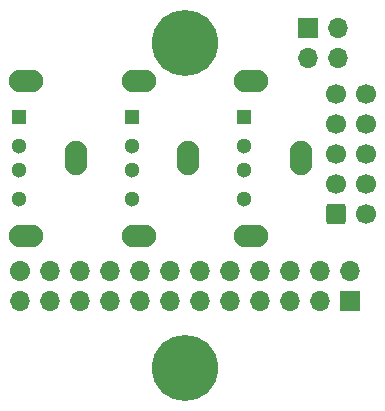
<source format=gbr>
%TF.GenerationSoftware,KiCad,Pcbnew,(6.0.9)*%
%TF.CreationDate,2022-11-26T15:45:46+01:00*%
%TF.ProjectId,h3_extra_ports,68335f65-7874-4726-915f-706f7274732e,rev?*%
%TF.SameCoordinates,Original*%
%TF.FileFunction,Soldermask,Top*%
%TF.FilePolarity,Negative*%
%FSLAX46Y46*%
G04 Gerber Fmt 4.6, Leading zero omitted, Abs format (unit mm)*
G04 Created by KiCad (PCBNEW (6.0.9)) date 2022-11-26 15:45:46*
%MOMM*%
%LPD*%
G01*
G04 APERTURE LIST*
G04 Aperture macros list*
%AMRoundRect*
0 Rectangle with rounded corners*
0 $1 Rounding radius*
0 $2 $3 $4 $5 $6 $7 $8 $9 X,Y pos of 4 corners*
0 Add a 4 corners polygon primitive as box body*
4,1,4,$2,$3,$4,$5,$6,$7,$8,$9,$2,$3,0*
0 Add four circle primitives for the rounded corners*
1,1,$1+$1,$2,$3*
1,1,$1+$1,$4,$5*
1,1,$1+$1,$6,$7*
1,1,$1+$1,$8,$9*
0 Add four rect primitives between the rounded corners*
20,1,$1+$1,$2,$3,$4,$5,0*
20,1,$1+$1,$4,$5,$6,$7,0*
20,1,$1+$1,$6,$7,$8,$9,0*
20,1,$1+$1,$8,$9,$2,$3,0*%
G04 Aperture macros list end*
%ADD10C,5.600000*%
%ADD11R,1.300000X1.300000*%
%ADD12C,1.300000*%
%ADD13O,2.900000X1.900000*%
%ADD14O,1.900000X2.900000*%
%ADD15R,1.700000X1.700000*%
%ADD16O,1.700000X1.700000*%
%ADD17C,1.700000*%
%ADD18RoundRect,0.250000X-0.600000X-0.600000X0.600000X-0.600000X0.600000X0.600000X-0.600000X0.600000X0*%
G04 APERTURE END LIST*
D10*
%TO.C,H2*%
X171450000Y-79375000D03*
%TD*%
D11*
%TO.C,J2*%
X157381000Y-58095000D03*
D12*
X157381000Y-60595000D03*
X157381000Y-62595000D03*
X157381000Y-65095000D03*
D13*
X157981000Y-55025000D03*
X157981000Y-68165000D03*
D14*
X162161000Y-61595000D03*
%TD*%
D11*
%TO.C,J1*%
X166906000Y-58095000D03*
D12*
X166906000Y-60595000D03*
X166906000Y-62595000D03*
X166906000Y-65095000D03*
D13*
X167506000Y-68165000D03*
X167506000Y-55025000D03*
D14*
X171686000Y-61595000D03*
%TD*%
D10*
%TO.C,H1*%
X171450000Y-51816000D03*
%TD*%
D15*
%TO.C,J4*%
X181864000Y-50541000D03*
D16*
X184404000Y-50541000D03*
X181864000Y-53081000D03*
X184404000Y-53081000D03*
%TD*%
D11*
%TO.C,J3*%
X176431000Y-58095000D03*
D12*
X176431000Y-60595000D03*
X176431000Y-62595000D03*
X176431000Y-65095000D03*
D14*
X181211000Y-61595000D03*
D13*
X177031000Y-55025000D03*
X177031000Y-68165000D03*
%TD*%
D17*
%TO.C,J6*%
X157480000Y-71120000D03*
D16*
X157480000Y-73660000D03*
X160020000Y-71120000D03*
X160020000Y-73660000D03*
X162560000Y-71120000D03*
X162560000Y-73660000D03*
X165100000Y-71120000D03*
X165100000Y-73660000D03*
X167640000Y-71120000D03*
X167640000Y-73660000D03*
X170180000Y-71120000D03*
X170180000Y-73660000D03*
X172720000Y-71120000D03*
X172720000Y-73660000D03*
X175260000Y-71120000D03*
X175260000Y-73660000D03*
X177800000Y-71120000D03*
X177800000Y-73660000D03*
X180340000Y-71120000D03*
X180340000Y-73660000D03*
X182880000Y-71120000D03*
X182880000Y-73660000D03*
X185420000Y-71120000D03*
X185420000Y-73660000D03*
%TD*%
D15*
%TO.C,J9*%
X185420000Y-73660000D03*
D16*
X185420000Y-71120000D03*
X182880000Y-73660000D03*
X182880000Y-71120000D03*
X180340000Y-73660000D03*
X180340000Y-71120000D03*
X177800000Y-73660000D03*
X177800000Y-71120000D03*
X175260000Y-73660000D03*
X175260000Y-71120000D03*
X172720000Y-73660000D03*
X172720000Y-71120000D03*
X170180000Y-73660000D03*
X170180000Y-71120000D03*
X167640000Y-73660000D03*
X167640000Y-71120000D03*
X165100000Y-73660000D03*
X165100000Y-71120000D03*
X162560000Y-73660000D03*
X162560000Y-71120000D03*
X160020000Y-73660000D03*
X160020000Y-71120000D03*
X157480000Y-73660000D03*
X157480000Y-71120000D03*
%TD*%
D18*
%TO.C,J5*%
X184167500Y-66294000D03*
D17*
X186707500Y-66294000D03*
X184167500Y-63754000D03*
X186707500Y-63754000D03*
X184167500Y-61214000D03*
X186707500Y-61214000D03*
X184167500Y-58674000D03*
X186707500Y-58674000D03*
X184167500Y-56134000D03*
X186707500Y-56134000D03*
%TD*%
M02*

</source>
